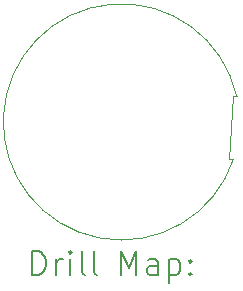
<source format=gbr>
%TF.GenerationSoftware,KiCad,Pcbnew,(7.0.0-0)*%
%TF.CreationDate,2024-01-02T18:09:23+08:00*%
%TF.ProjectId,Revolute,5265766f-6c75-4746-952e-6b696361645f,rev?*%
%TF.SameCoordinates,Original*%
%TF.FileFunction,Drillmap*%
%TF.FilePolarity,Positive*%
%FSLAX45Y45*%
G04 Gerber Fmt 4.5, Leading zero omitted, Abs format (unit mm)*
G04 Created by KiCad (PCBNEW (7.0.0-0)) date 2024-01-02 18:09:23*
%MOMM*%
%LPD*%
G01*
G04 APERTURE LIST*
%ADD10C,0.050000*%
%ADD11C,0.200000*%
G04 APERTURE END LIST*
D10*
X18048683Y-9816228D02*
X18015361Y-9814509D01*
X18076187Y-9283070D02*
G75*
G03*
X18048683Y-9816228I-976187J-216931D01*
G01*
X18042865Y-9281351D02*
X18015361Y-9814509D01*
X18076187Y-9283070D02*
X18042865Y-9281351D01*
D11*
X16345119Y-10795976D02*
X16345119Y-10595976D01*
X16345119Y-10595976D02*
X16392738Y-10595976D01*
X16392738Y-10595976D02*
X16421309Y-10605500D01*
X16421309Y-10605500D02*
X16440357Y-10624548D01*
X16440357Y-10624548D02*
X16449881Y-10643595D01*
X16449881Y-10643595D02*
X16459405Y-10681690D01*
X16459405Y-10681690D02*
X16459405Y-10710262D01*
X16459405Y-10710262D02*
X16449881Y-10748357D01*
X16449881Y-10748357D02*
X16440357Y-10767405D01*
X16440357Y-10767405D02*
X16421309Y-10786452D01*
X16421309Y-10786452D02*
X16392738Y-10795976D01*
X16392738Y-10795976D02*
X16345119Y-10795976D01*
X16545119Y-10795976D02*
X16545119Y-10662643D01*
X16545119Y-10700738D02*
X16554643Y-10681690D01*
X16554643Y-10681690D02*
X16564167Y-10672167D01*
X16564167Y-10672167D02*
X16583214Y-10662643D01*
X16583214Y-10662643D02*
X16602262Y-10662643D01*
X16668928Y-10795976D02*
X16668928Y-10662643D01*
X16668928Y-10595976D02*
X16659405Y-10605500D01*
X16659405Y-10605500D02*
X16668928Y-10615024D01*
X16668928Y-10615024D02*
X16678452Y-10605500D01*
X16678452Y-10605500D02*
X16668928Y-10595976D01*
X16668928Y-10595976D02*
X16668928Y-10615024D01*
X16792738Y-10795976D02*
X16773690Y-10786452D01*
X16773690Y-10786452D02*
X16764167Y-10767405D01*
X16764167Y-10767405D02*
X16764167Y-10595976D01*
X16897500Y-10795976D02*
X16878452Y-10786452D01*
X16878452Y-10786452D02*
X16868929Y-10767405D01*
X16868929Y-10767405D02*
X16868929Y-10595976D01*
X17093690Y-10795976D02*
X17093690Y-10595976D01*
X17093690Y-10595976D02*
X17160357Y-10738833D01*
X17160357Y-10738833D02*
X17227024Y-10595976D01*
X17227024Y-10595976D02*
X17227024Y-10795976D01*
X17407976Y-10795976D02*
X17407976Y-10691214D01*
X17407976Y-10691214D02*
X17398452Y-10672167D01*
X17398452Y-10672167D02*
X17379405Y-10662643D01*
X17379405Y-10662643D02*
X17341309Y-10662643D01*
X17341309Y-10662643D02*
X17322262Y-10672167D01*
X17407976Y-10786452D02*
X17388929Y-10795976D01*
X17388929Y-10795976D02*
X17341309Y-10795976D01*
X17341309Y-10795976D02*
X17322262Y-10786452D01*
X17322262Y-10786452D02*
X17312738Y-10767405D01*
X17312738Y-10767405D02*
X17312738Y-10748357D01*
X17312738Y-10748357D02*
X17322262Y-10729310D01*
X17322262Y-10729310D02*
X17341309Y-10719786D01*
X17341309Y-10719786D02*
X17388929Y-10719786D01*
X17388929Y-10719786D02*
X17407976Y-10710262D01*
X17503214Y-10662643D02*
X17503214Y-10862643D01*
X17503214Y-10672167D02*
X17522262Y-10662643D01*
X17522262Y-10662643D02*
X17560357Y-10662643D01*
X17560357Y-10662643D02*
X17579405Y-10672167D01*
X17579405Y-10672167D02*
X17588929Y-10681690D01*
X17588929Y-10681690D02*
X17598452Y-10700738D01*
X17598452Y-10700738D02*
X17598452Y-10757881D01*
X17598452Y-10757881D02*
X17588929Y-10776929D01*
X17588929Y-10776929D02*
X17579405Y-10786452D01*
X17579405Y-10786452D02*
X17560357Y-10795976D01*
X17560357Y-10795976D02*
X17522262Y-10795976D01*
X17522262Y-10795976D02*
X17503214Y-10786452D01*
X17684167Y-10776929D02*
X17693690Y-10786452D01*
X17693690Y-10786452D02*
X17684167Y-10795976D01*
X17684167Y-10795976D02*
X17674643Y-10786452D01*
X17674643Y-10786452D02*
X17684167Y-10776929D01*
X17684167Y-10776929D02*
X17684167Y-10795976D01*
X17684167Y-10672167D02*
X17693690Y-10681690D01*
X17693690Y-10681690D02*
X17684167Y-10691214D01*
X17684167Y-10691214D02*
X17674643Y-10681690D01*
X17674643Y-10681690D02*
X17684167Y-10672167D01*
X17684167Y-10672167D02*
X17684167Y-10691214D01*
M02*

</source>
